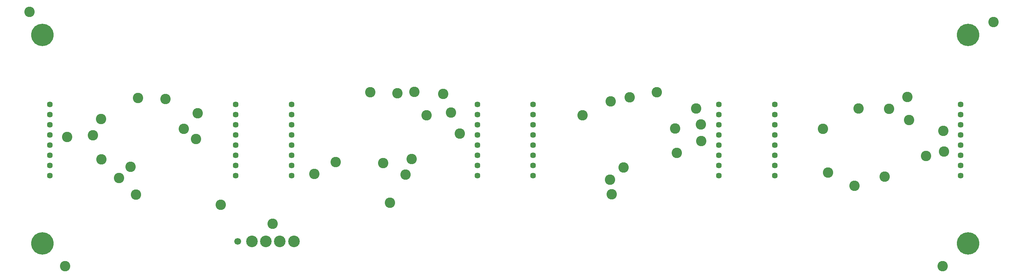
<source format=gbr>
%FSLAX34Y34*%
%MOMM*%
%LNSOLDERMASK_TOP*%
G71*
G01*
%ADD10C, 2.600*%
%ADD11C, 2.900*%
%ADD12C, 1.700*%
%ADD13C, 1.450*%
%ADD14C, 5.600*%
%LPD*%
X919120Y145577D02*
G54D10*
D03*
X870060Y422143D02*
G54D10*
D03*
X358637Y405224D02*
G54D10*
D03*
X1501853Y233966D02*
G54D10*
D03*
X1585335Y421691D02*
G54D10*
D03*
X2089049Y381483D02*
G54D10*
D03*
X1009944Y363927D02*
G54D10*
D03*
X271102Y235415D02*
G54D10*
D03*
X1469997Y399121D02*
G54D10*
D03*
X1517909Y409089D02*
G54D10*
D03*
X625779Y93129D02*
G54D10*
D03*
X937710Y419207D02*
G54D10*
D03*
X2078540Y188292D02*
G54D10*
D03*
X2257416Y262297D02*
G54D10*
D03*
X2013109Y221415D02*
G54D10*
D03*
X2301979Y273404D02*
G54D10*
D03*
X2154489Y211041D02*
G54D10*
D03*
X1695163Y341213D02*
G54D10*
D03*
X1468540Y203020D02*
G54D10*
D03*
X1695781Y300024D02*
G54D10*
D03*
X1635267Y269916D02*
G54D10*
D03*
X729728Y217555D02*
G54D10*
D03*
X957867Y216342D02*
G54D10*
D03*
X783208Y247291D02*
G54D10*
D03*
X973334Y254624D02*
G54D10*
D03*
X434347Y304864D02*
G54D10*
D03*
X242611Y207475D02*
G54D10*
D03*
X290116Y407717D02*
G54D10*
D03*
X2165509Y380302D02*
G54D10*
D03*
X1472777Y167270D02*
G54D10*
D03*
X2000487Y330046D02*
G54D10*
D03*
X1071193Y370830D02*
G54D10*
D03*
X1400070Y364094D02*
G54D10*
D03*
X284536Y166433D02*
G54D10*
D03*
X496100Y140738D02*
G54D10*
D03*
X177624Y314600D02*
G54D10*
D03*
X2301042Y324947D02*
G54D10*
D03*
X2210554Y409472D02*
G54D10*
D03*
X1683671Y381449D02*
G54D10*
D03*
X1631014Y331149D02*
G54D10*
D03*
X1093622Y318315D02*
G54D10*
D03*
X979717Y422636D02*
G54D10*
D03*
X112645Y310207D02*
G54D10*
D03*
X197690Y354574D02*
G54D10*
D03*
X198772Y253690D02*
G54D10*
D03*
X403737Y330708D02*
G54D10*
D03*
X2214827Y352293D02*
G54D10*
D03*
X1051616Y417541D02*
G54D10*
D03*
X438419Y368942D02*
G54D10*
D03*
X901650Y244581D02*
G54D10*
D03*
X678940Y49286D02*
G54D11*
D03*
X643940Y49286D02*
G54D11*
D03*
X608940Y49286D02*
G54D11*
D03*
X573940Y49286D02*
G54D11*
D03*
X538934Y49286D02*
G54D12*
D03*
X2343734Y391566D02*
G54D13*
D03*
X533834Y239166D02*
G54D13*
D03*
X533834Y213766D02*
G54D13*
D03*
X533834Y289966D02*
G54D13*
D03*
X533834Y264566D02*
G54D13*
D03*
X533834Y340766D02*
G54D13*
D03*
X533834Y315366D02*
G54D13*
D03*
X533834Y391566D02*
G54D13*
D03*
X533834Y366166D02*
G54D13*
D03*
X69834Y239166D02*
G54D13*
D03*
X69834Y213766D02*
G54D13*
D03*
X69834Y289966D02*
G54D13*
D03*
X69834Y264566D02*
G54D13*
D03*
X69834Y340766D02*
G54D13*
D03*
X69834Y315366D02*
G54D13*
D03*
X69834Y391566D02*
G54D13*
D03*
X69834Y366166D02*
G54D13*
D03*
X1137364Y239166D02*
G54D13*
D03*
X1137364Y213766D02*
G54D13*
D03*
X1137364Y289966D02*
G54D13*
D03*
X1137364Y264566D02*
G54D13*
D03*
X1137364Y340766D02*
G54D13*
D03*
X1137364Y315366D02*
G54D13*
D03*
X1137364Y391566D02*
G54D13*
D03*
X1137364Y366166D02*
G54D13*
D03*
X673364Y239166D02*
G54D13*
D03*
X673364Y213766D02*
G54D13*
D03*
X673364Y289966D02*
G54D13*
D03*
X673364Y264566D02*
G54D13*
D03*
X673364Y340766D02*
G54D13*
D03*
X673364Y315366D02*
G54D13*
D03*
X673364Y391566D02*
G54D13*
D03*
X673364Y366166D02*
G54D13*
D03*
X1740554Y239166D02*
G54D13*
D03*
X1740554Y213766D02*
G54D13*
D03*
X1740554Y289966D02*
G54D13*
D03*
X1740554Y264566D02*
G54D13*
D03*
X1740554Y340766D02*
G54D13*
D03*
X1740554Y315366D02*
G54D13*
D03*
X1740554Y391566D02*
G54D13*
D03*
X1740554Y366166D02*
G54D13*
D03*
X1276554Y239166D02*
G54D13*
D03*
X1276554Y213766D02*
G54D13*
D03*
X1276554Y289966D02*
G54D13*
D03*
X1276554Y264566D02*
G54D13*
D03*
X1276554Y340766D02*
G54D13*
D03*
X1276554Y315366D02*
G54D13*
D03*
X1276554Y391566D02*
G54D13*
D03*
X1276554Y366166D02*
G54D13*
D03*
X2343734Y239166D02*
G54D13*
D03*
X2343734Y213766D02*
G54D13*
D03*
X2343734Y289966D02*
G54D13*
D03*
X2343734Y264566D02*
G54D13*
D03*
X2343734Y340766D02*
G54D13*
D03*
X2343734Y315366D02*
G54D13*
D03*
X2343734Y366166D02*
G54D13*
D03*
X1879734Y239166D02*
G54D13*
D03*
X1879734Y213766D02*
G54D13*
D03*
X1879734Y289966D02*
G54D13*
D03*
X1879734Y264566D02*
G54D13*
D03*
X1879734Y340766D02*
G54D13*
D03*
X1879734Y315366D02*
G54D13*
D03*
X1879734Y391566D02*
G54D13*
D03*
X1879734Y366166D02*
G54D13*
D03*
X50800Y565150D02*
G54D14*
D03*
X50800Y44450D02*
G54D14*
D03*
X2362200Y44450D02*
G54D14*
D03*
X2362200Y565150D02*
G54D14*
D03*
X19050Y622300D02*
G54D10*
D03*
X107950Y-12700D02*
G54D10*
D03*
X2425700Y596900D02*
G54D10*
D03*
X2298700Y-12700D02*
G54D10*
D03*
M02*

</source>
